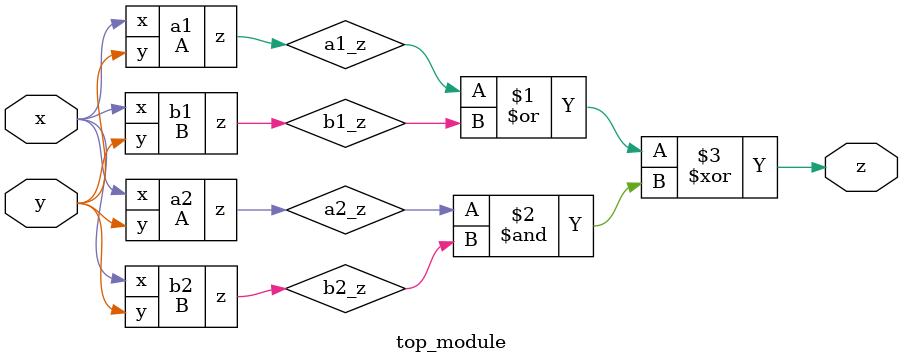
<source format=sv>
module A(
	input x,
	input y,
	output z);
	
	assign z = (x ^ y) & x;
endmodule
module B(
	input x,
	input y,
	output z);
	
	assign z = (x & y) | (~x & ~y);
endmodule
module top_module(
	input x,
	input y,
	output z);
	
	A a1(
		.x(x),
		.y(y),
		.z(a1_z)
	);
	B b1(
		.x(x),
		.y(y),
		.z(b1_z)
	);
	
	A a2(
		.x(x),
		.y(y),
		.z(a2_z)
	);
	B b2(
		.x(x),
		.y(y),
		.z(b2_z)
	);
	
	wire a1_z, b1_z, a2_z, b2_z;
	
	assign z = (a1_z | b1_z) ^ (a2_z & b2_z);
	
endmodule

</source>
